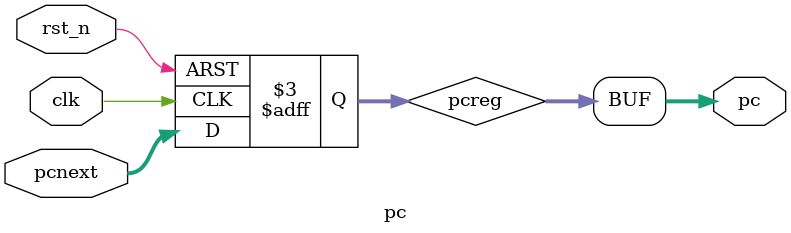
<source format=v>
module pc(
    input           clk,
    input           rst_n,
    input   [31:0]  pcnext,
    output  [31:0]  pc
);

    reg [31:0]  pcreg;

    always @(posedge clk or negedge rst_n) begin
        if (!rst_n) pcreg <= 32'b0;
        else pcreg <= pcnext;
    end
    
    assign pc = pcreg; 
endmodule
</source>
